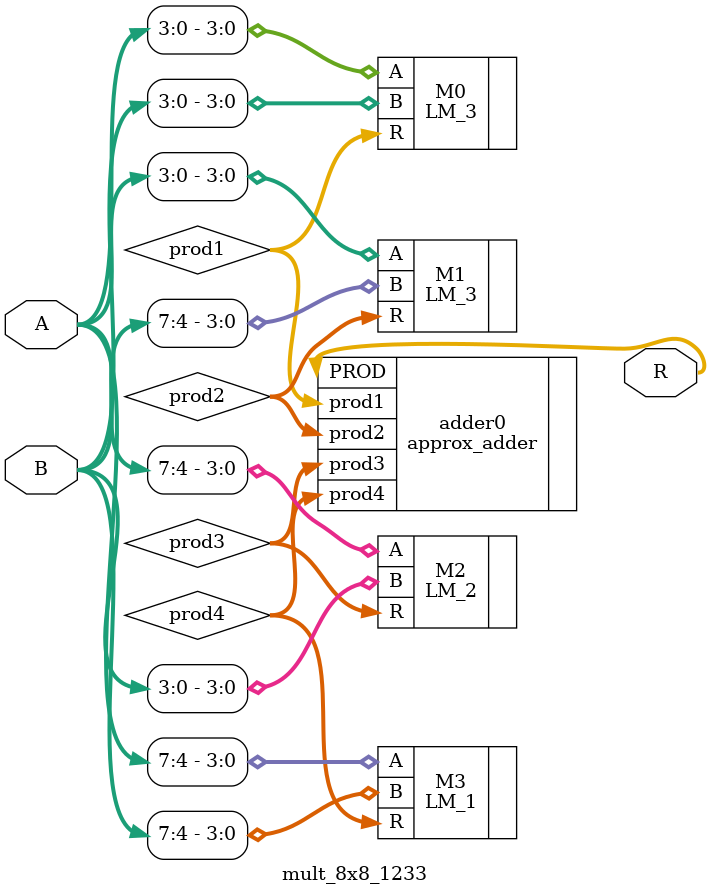
<source format=v>
module mult_8x8_1233(
input [7:0] A,
input [7:0] B,
output [15:0]R
);
wire [7:0]prod1;
wire [7:0]prod2;
wire [7:0]prod3;
wire [7:0]prod4;

LM_3 M0(.A(A[3:0]),.B(B[3:0]),.R(prod1));
LM_3 M1(.A(A[3:0]),.B(B[7:4]),.R(prod2));
LM_2 M2(.A(A[7:4]),.B(B[3:0]),.R(prod3));
LM_1 M3(.A(A[7:4]),.B(B[7:4]),.R(prod4));
approx_adder adder0(.prod1(prod1),.prod2(prod2),.prod3(prod3),.prod4(prod4),.PROD(R));
endmodule

</source>
